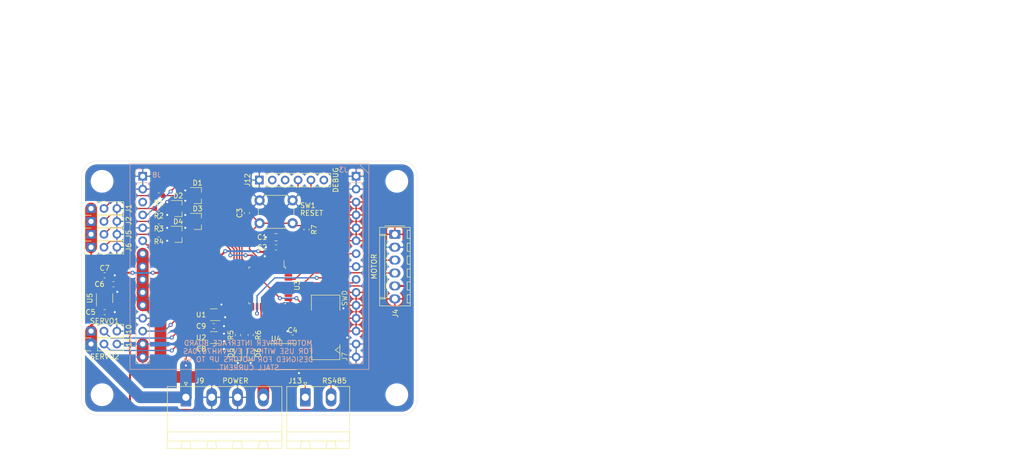
<source format=kicad_pcb>
(kicad_pcb (version 20221018) (generator pcbnew)
  (title_block (title "Motor Driver Board") (date "2020-09-30") (rev "1.0") (company "Nathan Dumont") (comment 1 "https://nathandumont.com/blog/robot-motor-control-board"))
  (layers (0 "F.Cu" signal) (31 "B.Cu" signal) (34 "B.Paste" user) (35 "F.Paste" user) (36 "B.SilkS" user "B.Silkscreen") (37 "F.SilkS" user "F.Silkscreen") (38 "B.Mask" user) (39 "F.Mask" user) (44 "Edge.Cuts" user))
  (net 0 "")
  (net 1 "+3V3")
  (net 2 "GND")
  (net 3 "/SRST")
  (net 4 "+5V")
  (net 5 "Net-(C6-Pad1)")
  (net 6 "/AUX1")
  (net 7 "/AUX2")
  (net 8 "/AUX3")
  (net 9 "/AUX4")
  (net 10 "Net-(D5-Pad2)")
  (net 11 "Net-(D6-Pad2)")
  (net 12 "Net-(J1-Pad2)")
  (net 13 "Net-(J2-Pad2)")
  (net 14 "/MOTOR_N")
  (net 15 "/DIRB")
  (net 16 "/DIRA")
  (net 17 "/MOTOR_P")
  (net 18 "/ENC_B")
  (net 19 "/ENC_A")
  (net 20 "Net-(J5-Pad2)")
  (net 21 "Net-(J6-Pad2)")
  (net 22 "/SWCLK")
  (net 23 "/SWDIO")
  (net 24 "/TIM2_CH1")
  (net 25 "+12V")
  (net 26 "/CUR_SENS")
  (net 27 "/SEL0")
  (net 28 "Net-(J10-Pad2)")
  (net 29 "Net-(J11-Pad2)")
  (net 30 "/USART3_TX")
  (net 31 "/USART3_RX")
  (net 32 "Net-(J13-Pad2)")
  (net 33 "Net-(J13-Pad1)")
  (net 34 "Net-(R5-Pad2)")
  (net 35 "Net-(R6-Pad2)")
  (net 36 "/SERVO1")
  (net 37 "/SERVO2")
  (net 38 "/RS485_DE")
  (net 39 "/RS485_RX")
  (net 40 "/RS485_TX")
  (footprint "Capacitor_SMD:C_0805_2012Metric" (layer "F.Cu") (at 128.25 65)
    (fp_text reference "C1")
    (fp_text value "4.7µF" hide)
  )
  (footprint "Capacitor_SMD:C_0603_1608Metric" (layer "F.Cu") (at 128.25 67)
    (fp_text reference "C2")
    (fp_text value "100nF" hide)
  )
  (footprint "Capacitor_SMD:C_0603_1608Metric" (layer "F.Cu") (at 122.5 60.25 90)
    (fp_text reference "C3")
    (fp_text value "100nF" hide)
  )
  (footprint "Capacitor_SMD:C_0603_1608Metric" (layer "F.Cu") (at 131.5 84.75)
    (fp_text reference "C4")
    (fp_text value "100nF" hide)
  )
  (footprint "Capacitor_SMD:C_0603_1608Metric" (layer "F.Cu") (at 94.5 79.75)
    (fp_text reference "C5")
    (fp_text value "1µF" hide)
  )
  (footprint "Capacitor_SMD:C_0603_1608Metric" (layer "F.Cu") (at 96.25 74.25)
    (fp_text reference "C6")
    (fp_text value "10nF" hide)
  )
  (footprint "Capacitor_SMD:C_0603_1608Metric" (layer "F.Cu") (at 94.5 72.5)
    (fp_text reference "C7")
    (fp_text value "1µF" hide)
  )
  (footprint "Package_TO_SOT_SMD:SOT-23" (layer "F.Cu") (at 112.795 56.81)
    (fp_text reference "D1")
    (fp_text value "D_TVS_AAK" hide)
  )
  (footprint "Package_TO_SOT_SMD:SOT-23" (layer "F.Cu") (at 108.985 59.35)
    (fp_text reference "D2")
    (fp_text value "D_TVS_AAK" hide)
  )
  (footprint "Package_TO_SOT_SMD:SOT-23" (layer "F.Cu") (at 112.795 61.89)
    (fp_text reference "D3")
    (fp_text value "D_TVS_AAK" hide)
  )
  (footprint "Package_TO_SOT_SMD:SOT-23" (layer "F.Cu") (at 108.985 64.43)
    (fp_text reference "D4")
    (fp_text value "D_TVS_AAK" hide)
  )
  (footprint "LED_SMD:LED_0603_1608Metric" (layer "F.Cu") (at 120.75 87.75 90)
    (fp_text reference "D5")
    (fp_text value "LED0" hide)
  )
  (footprint "MountingHole:MountingHole_3.2mm_M3" (layer "F.Cu") (at 152 54)
    (fp_text reference "H1" hide)
    (fp_text value "MountingHole" hide)
  )
  (footprint "MountingHole:MountingHole_3.2mm_M3" (layer "F.Cu") (at 94 96)
    (fp_text reference "H2" hide)
    (fp_text value "MountingHole" hide)
  )
  (footprint "MountingHole:MountingHole_3.2mm_M3" (layer "F.Cu") (at 94 54)
    (fp_text reference "H3" hide)
    (fp_text value "MountingHole" hide)
  )
  (footprint "MountingHole:MountingHole_3.2mm_M3" (layer "F.Cu") (at 152 96)
    (fp_text reference "H4" hide)
    (fp_text value "MountingHole" hide)
  )
  (footprint "Connector_PinHeader_2.54mm:PinHeader_1x03_P2.54mm_Vertical" (layer "F.Cu") (at 91.84 61.89 90)
    (fp_text reference "J2")
    (fp_text value "AUX2" hide)
  )
  (footprint "Connector_Molex:Molex_KK-254_AE-6410-06A_1x06_P2.54mm_Vertical" (layer "F.Cu") (at 151.62 64.43 -90)
    (fp_text reference "J4")
    (fp_text value "MOTOR")
  )
  (footprint "Connector_PinHeader_2.54mm:PinHeader_1x03_P2.54mm_Vertical" (layer "F.Cu") (at 91.84 66.97 90)
    (fp_text reference "J6")
    (fp_text value "AUX4" hide)
  )
  (footprint "extras:SAMTEC_SHF-SM_5x2" (layer "F.Cu") (at 138 82.75 90)
    (fp_text reference "J7")
    (fp_text value "SWD")
  )
  (footprint "Connector_Phoenix_MSTB:PhoenixContact_MSTBA_2,5_4-G-5,08_1x04_P5.08mm_Horizontal" (layer "F.Cu") (at 110.5 96.5)
    (fp_text reference "J9")
    (fp_text value "POWER")
  )
  (footprint "Connector_PinHeader_2.54mm:PinHeader_1x03_P2.54mm_Vertical" (layer "F.Cu") (at 91.84 83.48 90)
    (fp_text reference "J10")
    (fp_text value "SERVO1")
  )
  (footprint "Connector_PinHeader_2.54mm:PinHeader_1x03_P2.54mm_Vertical" (layer "F.Cu") (at 91.84 86.02 90)
    (fp_text reference "J11")
    (fp_text value "SERVO2")
  )
  (footprint "Connector_PinHeader_2.54mm:PinHeader_1x06_P2.54mm_Vertical" (layer "F.Cu") (at 124.95 53.75 90)
    (fp_text reference "J12")
    (fp_text value "DEBUG")
  )
  (footprint "Connector_Phoenix_MSTB:PhoenixContact_MSTBA_2,5_2-G-5,08_1x02_P5.08mm_Horizontal" (layer "F.Cu") (at 134 96.5)
    (fp_text reference "J13")
    (fp_text value "RS485")
  )
  (footprint "Resistor_SMD:R_0603_1608Metric" (layer "F.Cu") (at 105.175 56.81 180)
    (fp_text reference "R1")
    (fp_text value "1kΩ" hide)
  )
  (footprint "Resistor_SMD:R_0603_1608Metric" (layer "F.Cu") (at 105.175 59.35 180)
    (fp_text reference "R2")
    (fp_text value "1kΩ" hide)
  )
  (footprint "Resistor_SMD:R_0603_1608Metric" (layer "F.Cu") (at 105.175 61.89 180)
    (fp_text reference "R3")
    (fp_text value "1kΩ" hide)
  )
  (footprint "Resistor_SMD:R_0603_1608Metric" (layer "F.Cu") (at 105.175 64.43 180)
    (fp_text reference "R4")
    (fp_text value "1kΩ" hide)
  )
  (footprint "Resistor_SMD:R_0603_1608Metric" (layer "F.Cu") (at 120.75 84.25 90)
    (fp_text reference "R5")
    (fp_text value "330Ω" hide)
  )
  (footprint "Resistor_SMD:R_0603_1608Metric" (layer "F.Cu") (at 123.25 84.25 90)
    (fp_text reference "R6")
    (fp_text value "330Ω" hide)
  )
  (footprint "Resistor_SMD:R_0603_1608Metric" (layer "F.Cu") (at 134.25 63.5 90)
    (fp_text reference "R7")
    (fp_text value "10kΩ" hide)
  )
  (footprint "Button_Switch_THT:SW_PUSH_6mm" (layer "F.Cu") (at 131.5 62.25 180)
    (fp_text reference "SW1")
    (fp_text value "RESET")
  )
  (footprint "Package_TO_SOT_SMD:SOT-353_SC-70-5" (layer "F.Cu") (at 116 80.25 180)
    (fp_text reference "U1")
    (fp_text value "74AHCT1G125" hide)
  )
  (footprint "Package_TO_SOT_SMD:SOT-353_SC-70-5" (layer "F.Cu") (at 116 84.75 180)
    (fp_text reference "U2")
    (fp_text value "74AHCT1G125" hide)
  )
  (footprint "Package_SO:SOIC-8_3.9x4.9mm_P1.27mm" (layer "F.Cu") (at 130.25 88.5)
    (fp_text reference "U4")
    (fp_text value "MAX3485" hide)
  )
  (footprint "Package_TO_SOT_SMD:SOT-23-5" (layer "F.Cu") (at 94.5 77 90)
    (fp_text reference "U5")
    (fp_text value "LDK130-33_SOT23_SOT353" hide)
  )
  (footprint "Package_QFP:LQFP-32_7x7mm_P0.8mm" (layer "F.Cu") (at 126.5 74.5 -90)
    (fp_text reference "U3")
    (fp_text value "STM32G071KxT" hide)
  )
  (footprint "LED_SMD:LED_0603_1608Metric" (layer "F.Cu") (at 123.25 87.75 90)
    (fp_text reference "D6")
    (fp_text value "LED1" hide)
  )
  (footprint "Connector_PinHeader_2.54mm:PinHeader_1x03_P2.54mm_Vertical" (layer "F.Cu") (at 91.84 59.35 90)
    (fp_text reference "J1")
    (fp_text value "AUX1" hide)
  )
  (footprint "Connector_PinHeader_2.54mm:PinHeader_1x03_P2.54mm_Vertical" (layer "F.Cu") (at 91.84 64.43 90)
    (fp_text reference "J5")
    (fp_text value "AUX3" hide)
  )
  (footprint "Capacitor_SMD:C_0603_1608Metric" (layer "F.Cu") (at 116 82.5 180)
    (fp_text reference "C9")
    (fp_text value "100nF" hide)
  )
  (footprint "Capacitor_SMD:C_0603_1608Metric" (layer "F.Cu") (at 116 87 180)
    (fp_text reference "C8")
    (fp_text value "100nF" hide)
  )
  (footprint "Connector_PinHeader_2.54mm:PinHeader_1x15_P2.54mm_Vertical" (layer "B.Cu") (at 144 53 180)
    (fp_text reference "J3")
    (fp_text value "Conn_01x15" hide)
  )
  (footprint "Connector_PinSocket_2.54mm:PinSocket_1x15_P2.54mm_Vertical" (layer "B.Cu") (at 102 53 180)
    (fp_text reference "J8")
    (fp_text value "Conn_01x15" hide)
  )
  (gr_line (start 146.5 91) (end 146.5 50.5) (stroke (width 0.12)) (layer "B.SilkS"))
  (gr_line (start 146.5 50.5) (end 99.5 50.5) (stroke (width 0.12)) (layer "B.SilkS"))
  (gr_line (start 99.5 50.5) (end 99.5 91) (stroke (width 0.12)) (layer "B.SilkS"))
  (gr_line (start 146.5 52.5) (end 144.5 50.5) (stroke (width 0.12)) (layer "B.SilkS"))
  (gr_line (start 99.5 91) (end 146.5 91) (stroke (width 0.12)) (layer "B.SilkS"))
  (gr_line (start 90 97) (end 90 53) (stroke (width 0.05)) (layer "Edge.Cuts"))
  (gr_arc (start 153 50) (mid 155.12132 50.87868) (end 156 53) (stroke (width 0.05)) (layer "Edge.Cuts"))
  (gr_line (start 153 100) (end 93 100) (stroke (width 0.05)) (layer "Edge.Cuts"))
  (gr_line (start 93 50) (end 153 50) (stroke (width 0.05)) (layer "Edge.Cuts"))
  (gr_arc (start 90 53) (mid 90.87868 50.87868) (end 93 50) (stroke (width 0.05)) (layer "Edge.Cuts"))
  (gr_arc (start 156 97) (mid 155.12132 99.12132) (end 153 100) (stroke (width 0.05)) (layer "Edge.Cuts"))
  (gr_arc (start 93 100) (mid 90.87868 99.12132) (end 90 97) (stroke (width 0.05)) (layer "Edge.Cuts"))
  (gr_line (start 156 53) (end 156 97) (stroke (width 0.05)) (layer "Edge.Cuts"))
  (gr_text "MOTOR DRIVER INTERFACE BOARD\nFOR USE WITH ST EV-VNH7070AS\nDESIGNED FOR MOTORS UP TO 4A\nSTALL CURRENT." (at 122.75 88.25) (layer "B.SilkS") (effects (font (size 1 1)) (justify mirror)))
  (segment (start 142 99) (end 130.75 99) (width 0.4) (layer "F.Cu") (net 1))
  (segment (start 97.875 71.875) (end 97.25 71.25) (width 0.4) (layer "F.Cu") (net 1))
  (segment (start 91.84 61.89) (end 91.84 64.43) (width 2.3) (layer "F.Cu") (net 1))
  (segment (start 98 72) (end 100.000012 72) (width 0.4) (layer "F.Cu") (net 1))
  (segment (start 129.1875 65) (end 129.1875 66.85) (width 0.4) (layer "F.Cu") (net 1))
  (segment (start 101 99) (end 99.5 97.5) (width 0.4) (layer "F.Cu") (net 1))
  (segment (start 127.149999 67.899999) (end 124.899999 67.899999) (width 0.4) (layer "F.Cu") (net 1))
  (segment (start 124.899999 67.899999) (end 124.75 67.75) (width 0.4) (layer "F.Cu") (net 1))
  (segment (start 97.25 71.25) (end 92.25 71.25) (width 0.4) (layer "F.Cu") (net 1))
  (segment (start 142.5 99) (end 142 99) (width 0.4) (layer "F.Cu") (net 1))
  (segment (start 129.9 64.2875) (end 129.1875 65) (width 0.4) (layer "F.Cu") (net 1))
  (segment (start 97.875 71.875) (end 98 72) (width 0.4) (layer "F.Cu") (net 1))
  (segment (start 91.84 64.43) (end 91.84 66.97) (width 2.3) (layer "F.Cu") (net 1))
  (segment (start 130.75 99) (end 101 99) (width 0.4) (layer "F.Cu") (net 1))
  (segment (start 99.5 73.5) (end 97.875 71.875) (width 0.4) (layer "F.Cu") (net 1))
  (segment (start 130.75 87.595) (end 130.75 99) (width 0.4) (layer "F.Cu") (net 1))
  (segment (start 131.75 86.595) (end 130.75 87.595) (width 0.4) (layer "F.Cu") (net 1))
  (segment (start 155 75.5) (end 155 86.5) (width 0.4) (layer "F.Cu") (net 1))
  (segment (start 91.84 59.35) (end 91.84 61.89) (width 2.3) (layer "F.Cu") (net 1))
  (segment (start 93.55 75.9) (end 93.55 72.6625) (width 0.4) (layer "F.Cu") (net 1))
  (segment (start 118.249992 67.75) (end 113.999992 72) (width 0.4) (layer "F.Cu") (net 1))
  (segment (start 155 86.5) (end 142.5 99) (width 0.4) (layer "F.Cu") (net 1))
  (segment (start 154.09 74.59) (end 155 75.5) (width 0.4) (layer "F.Cu") (net 1))
  (segment (start 127.75 68.5) (end 127.149999 67.899999) (width 0.4) (layer "F.Cu") (net 1))
  (segment (start 140.032 91.282) (end 142 93.25) (width 0.4) (layer "F.Cu") (net 1))
  (segment (start 91.84 70.84) (end 91.84 66.97) (width 0.4) (layer "F.Cu") (net 1))
  (segment (start 132.725 86.595) (end 131.75 86.595) (width 0.4) (layer "F.Cu") (net 1))
  (segment (start 92.25 71.25) (end 91.84 70.84) (width 0.4) (layer "F.Cu") (net 1))
  (segment (start 132.2875 84.75) (end 132.2875 86.1575) (width 0.4) (layer "F.Cu") (net 1))
  (segment (start 129.1875 66.85) (end 129.0375 67) (width 0.4) (layer "F.Cu") (net 1))
  (segment (start 132.2875 86.1575) (end 132.725 86.595) (width 0.4) (layer "F.Cu") (net 1))
  (segment (start 151.62 74.59) (end 154.09 74.59) (width 0.4) (layer "F.Cu") (net 1))
  (segment (start 134.25 64.2875) (end 129.9 64.2875) (width 0.4) (layer "F.Cu") (net 1))
  (segment (start 129.0375 67) (end 129.0375 67.2125) (width 0.4) (layer "F.Cu") (net 1))
  (segment (start 142 93.25) (end 142 99) (width 0.4) (layer "F.Cu") (net 1))
  (segment (start 127.75 68.5) (end 126.9 69.35) (width 0.4) (layer "F.Cu") (net 1))
  (segment (start 113.999992 72) (end 104 72) (width 0.4) (layer "F.Cu") (net 1))
  (segment (start 99.5 97.5) (end 99.5 73.5) (width 0.4) (layer "F.Cu") (net 1))
  (segment (start 129.0375 67.2125) (end 127.75 68.5) (width 0.4) (layer "F.Cu") (net 1))
  (segment (start 126.9 69.35) (end 126.9 70.325) (width 0.4) (layer "F.Cu") (net 1))
  (segment (start 140.032 85.29) (end 140.032 91.282) (width 0.4) (layer "F.Cu") (net 1))
  (segment (start 93.5 72.5) (end 91.84 70.84) (width 0.4) (layer "F.Cu") (net 1))
  (segment (start 93.55 72.6625) (end 93.7125 72.5) (width 0.4) (layer "F.Cu") (net 1))
  (via (at 104 72) (size 0.8) (drill 0.4) (layers "F.Cu" "B.Cu") (net 1))
  (via (at 124.75 67.75) (size 0.8) (drill 0.4) (layers "F.Cu" "B.Cu") (net 1))
  (via (at 118.249992 67.75) (size 0.8) (drill 0.4) (layers "F.Cu" "B.Cu") (net 1))
  (via (at 100.000012 72) (size 0.8) (drill 0.4) (layers "F.Cu" "B.Cu") (net 1))
  (segment (start 118.249992 67.75) (end 124.75 67.75) (width 0.4) (layer "B.Cu") (net 1))
  (segment (start 100.000012 72) (end 100.030013 72.030001) (width 0.4) (layer "B.Cu") (net 1))
  (segment (start 103.969999 72.030001) (end 104 72) (width 0.4) (layer "B.Cu") (net 1))
  (segment (start 100.030013 72.030001) (end 103.969999 72.030001) (width 0.4) (layer "B.Cu") (net 1))
  (segment (start 107.146 58.4) (end 106.826 58.08) (width 0.25) (layer "F.Cu") (net 2))
  (segment (start 126.1 68.825) (end 126.025 68.75) (width 0.25) (layer "F.Cu") (net 2))
  (segment (start 117.874694 84.1) (end 117.987347 83.987347) (width 0.25) (layer "F.Cu") (net 2))
  (segment (start 116.95 80.9) (end 118.07501 80.9) (width 0.25) (layer "F.Cu") (net 2))
  (segment (start 132.725 91.725) (end 132.75 91.75) (width 0.25) (layer "F.Cu") (net 2))
  (segment (start 116.95 79.6) (end 116.95 78.8) (width 0.25) (layer "F.Cu") (net 2))
  (segment (start 117.9 85.4) (end 118 85.5) (width 0.25) (layer "F.Cu") (net 2))
  (segment (start 111.795 57.76) (end 110.448 57.76) (width 0.25) (layer "F.Cu") (net 2))
  (segment (start 111.795 55.86) (end 110.448 55.86) (width 0.25) (layer "F.Cu") (net 2))
  (segment (start 140.032 84.02) (end 141.52 84.02) (width 0.25) (layer "F.Cu") (net 2))
  (segment (start 110.448 57.76) (end 110.382 57.826) (width 0.25) (layer "F.Cu") (net 2))
  (segment (start 107.146 63.48) (end 106.826 63.16) (width 0.25) (layer "F.Cu") (net 2))
  (segment (start 107.146 65.38) (end 106.826 65.7) (width 0.25) (layer "F.Cu") (net 2))
  (segment (start 116.95 85.4) (end 117.9 85.4) (width 0.25) (layer "F.Cu") (net 2))
  (segment (start 120.75 88.5375) (end 120.75 89.75) (width 0.25) (layer "F.Cu") (net 2))
  (segment (start 127.3125 65) (end 126.25 65) (width 0.4) (layer "F.Cu") (net 2))
  (segment (start 110.702 60.94) (end 110.382 60.62) (width 0.25) (layer "F.Cu") (net 2))
  (segment (start 107.985 65.38) (end 107.146 65.38) (width 0.25) (layer "F.Cu") (net 2))
  (segment (start 123.2875 59.4625) (end 125 57.75) (width 0.25) (layer "F.Cu") (net 2))
  (segment (start 107.985 63.48) (end 107.146 63.48) (width 0.25) (layer "F.Cu") (net 2))
  (segment (start 107.985 58.4) (end 107.146 58.4) (width 0.25) (layer "F.Cu") (net 2))
  (segment (start 97.0375 74.25) (end 97.0375 75.7125) (width 0.4) (layer "F.Cu") (net 2))
  (segment (start 111.795 60.94) (end 110.702 60.94) (width 0.25) (layer "F.Cu") (net 2))
  (segment (start 122.5 59.4625) (end 123.2875 59.4625) (width 0.25) (layer "F.Cu") (net 2))
  (segment (start 118.07501 80.9) (end 118.22501 80.75) (width 0.25) (layer "F.Cu") (net 2))
  (segment (start 140.032 82.75) (end 140.032 84.02) (width 0.25) (layer "F.Cu") (net 2))
  (segment (start 107.985 60.3) (end 107.146 60.3) (width 0.25) (layer "F.Cu") (net 2))
  (segment (start 95.2875 79.75) (end 96.5 79.75) (width 0.4) (layer "F.Cu") (net 2))
  (segment (start 116.95 78.8) (end 117.5 78.25) (width 0.25) (layer "F.Cu") (net 2))
  (segment (start 95.2875 72.5) (end 96.5 72.5) (width 0.4) (layer "F.Cu") (net 2))
  (segment (start 111.795 62.84) (end 110.702 62.84) (width 0.25) (layer "F.Cu") (net 2))
  (segment (start 116.7875 87) (end 118 87) (width 0.25) (layer "F.Cu") (net 2))
  (segment (start 127.4625 67) (end 126.25 67) (width 0.4) (layer "F.Cu") (net 2))
  (segment (start 94.5 78.9625) (end 95.2875 79.75) (width 0.4) (layer "F.Cu") (net 2))
  (segment (start 140.032 80.21) (end 140.29 80.21) (width 0.25) (layer "F.Cu") (net 2))
  (segment (start 130.7125 84.75) (end 130.7125 83.7125) (width 0.25) (layer "F.Cu") (net 2))
  (segment (start 110.702 62.84) (end 110.382 63.16) (width 0.25) (layer "F.Cu") (net 2))
  (segment (start 94.5 78.1) (end 94.5 78.9625) (width 0.4) (layer "F.Cu") (net 2))
  (segment (start 116.7875 82.5) (end 118 82.5) (width 0.25) (layer "F.Cu") (net 2))
  (segment (start 123.25 88.5375) (end 123.25 89.75) (width 0.25) (layer "F.Cu") (net 2))
  (segment (start 140.29 80.21) (end 141.5 79) (width 0.25) (layer "F.Cu") (net 2))
  (segment (start 126.1 70.325) (end 126.1 68.825) (width 0.25) (layer "F.Cu") (net 2))
  (segment (start 132.725 90.405) (end 132.725 91.725) (width 0.25) (layer "F.Cu") (net 2))
  (segment (start 97.0375 75.7125) (end 97 75.75) (width 0.4) (layer "F.Cu") (net 2))
  (segment (start 110.448 55.86) (end 110.382 55.794) (width 0.25) (layer "F.Cu") (net 2))
  (segment (start 141.52 84.02) (end 142.25 84.75) (width 0.25) (layer "F.Cu") (net 2))
  (segment (start 130.7125 83.7125) (end 130.5 83.5) (width 0.25) (layer "F.Cu") (net 2))
  (segment (start 107.146 60.3) (end 106.826 60.62) (width 0.25) (layer "F.Cu") (net 2))
  (segment (start 116.95 84.1) (end 117.874694 84.1) (width 0.25) (layer "F.Cu") (net 2))
  (segment (start 102 86.02) (end 102 88.56) (width 2.3) (layer "F.Cu") (net 2))
  (via (at 97 75.75) (size 0.8) (drill 0.4) (layers "F.Cu" "B.Cu") (net 2))
  (via (at 126.25 65) (size 0.8) (drill 0.4) (layers "F.Cu" "B.Cu") (net 2))
  (via (at 118 82.5) (size 0.8) (drill 0.4) (layers "F.Cu" "B.Cu") (net 2))
  (via (at 106.826 58.08) (size 0.8) (drill 0.4) (layers "F.Cu" "B.Cu") (net 2))
  (via (at 106.826 65.7) (size 0.8) (drill 0.4) (layers "F.Cu" "B.Cu") (net 2))
  (via (at 118 85.5) (size 0.8) (drill 0.4) (layers "F.Cu" "B.Cu") (net 2))
  (via (at 118 87) (size 0.8) (drill 0.4) (layers "F.Cu" "B.Cu") (net 2))
  (via (at 117.5 78.25) (size 0.8) (drill 0.4) (layers "F.Cu" "B.Cu") (net 2))
  (via (at 132.75 91.75) (size 0.8) (drill 0.4) (layers "F.Cu" "B.Cu") (net 2))
  (via (at 106.826 60.62) (size 0.8) (drill 0.4) (layers "F.Cu" "B.Cu") (net 2))
  (via (at 120.75 89.75) (size 0.8) (drill 0.4) (layers "F.Cu" "B.Cu") (net 2))
  (via (at 110.382 57.826) (size 0.8) (drill 0.4) (layers "F.Cu" "B.Cu") (net 2))
  (via (at 142.25 84.75) (size 0.8) (drill 0.4) (layers "F.Cu" "B.Cu") (net 2))
  (via (at 123.25 89.75) (size 0.8) (drill 0.4) (layers "F.Cu" "B.Cu") (net 2))
  (via (at 110.382 60.62) (size 0.8) (drill 0.4) (layers "F.Cu" "B.Cu") (net 2))
  (via (at 141.5 79) (size 0.8) (drill 0.4) (layers "F.Cu" "B.Cu") (net 2))
  (via (at 110.382 55.794) (size 0.8) (drill 0.4) (layers "F.Cu" "B.Cu") (net 2))
  (via (at 118.22501 80.75) (size 0.8) (drill 0.4) (layers "F.Cu" "B.Cu") (net 2))
  (via (at 96.5 79.75) (size 0.8) (drill 0.4) (layers "F.Cu" "B.Cu") (net 2))
  (via (at 106.826 63.16) (size 0.8) (drill 0.4) (layers "F.Cu" "B.Cu") (net 2))
  (via (at 96.5 72.5) (size 0.8) (drill 0.4) (layers "F.Cu" "B.Cu") (net 2))
  (via (at 126.25 67) (size 0.8) (drill 0.4) (layers "F.Cu" "B.Cu") (net 2))
  (via (at 126.025 68.75) (size 0.8) (drill 0.4) (layers "F.Cu" "B.Cu") (net 2))
  (via (at 117.987347 83.987347) (size 0.8) (drill 0.4) (layers "F.Cu" "B.Cu") (net 2))
  (via (at 130.5 83.5) (size 0.8) (drill 0.4) (layers "F.Cu" "B.Cu") (net 2))
  (via (at 110.382 63.16) (size 0.8) (drill 0.4) (layers "F.Cu" "B.Cu") (net 2))
  (segment (start 123.024999 67.348001) (end 123.024999 64.225001) (width 0.25) (layer "F.Cu") (net 3))
  (segment (start 125.3 69.623002) (end 123.024999 67.348001) (width 0.25) (layer "F.Cu") (net 3))
  (segment (start 125.3 73.3) (end 129 77) (width 0.25) (layer "F.Cu") (net 3))
  (segment (start 131.9625 62.7125) (end 131.5 62.25) (width 0.25) (layer "F.Cu") (net 3))
  (segment (start 125.3 70.325) (end 125.3 69.623002) (width 0.25) (layer "F.Cu") (net 3))
  (segment (start 123.024999 64.225001) (end 125 62.25) (width 0.25) (layer "F.Cu") (net 3))
  (segment (start 123.7875 61.0375) (end 122.5 61.0375) (width 0.25) (layer "F.Cu") (net 3))
  (segment (start 135.46 80.21) (end 135.968 80.21) (width 0.25) (layer "F.Cu") (net 3))
  (segment (start 125 62.25) (end 123.7875 61.0375) (width 0.25) (layer "F.Cu") (net 3))
  (segment (start 125.3 70.325) (end 125.3 73.3) (width 0.25) (layer "F.Cu") (net 3))
  (segment (start 131.5 62.25) (end 125 62.25) (width 0.25) (layer "F.Cu") (net 3))
  (segment (start 132.25 77) (end 135.46 80.21) (width 0.25) (layer "F.Cu") (net 3))
  (segment (start 134.25 62.7125) (end 131.9625 62.7125) (width 0.25) (layer "F.Cu") (net 3))
  (via (at 132.25 77) (size 0.8) (drill 0.4) (layers "F.Cu" "B.Cu") (net 3))
  (via (at 129 77) (size 0.8) (drill 0.4) (layers "F.Cu" "B.Cu") (net 3))
  (segment (start 129 77) (end 132.25 77) (width 0.25) (layer "B.Cu") (net 3))
  (segment (start 94.024998 77) (end 94.975002 77) (width 0.4) (layer "F.Cu") (net 4))
  (segment (start 93.7125 80.5) (end 93.7125 79.75) (width 0.4) (layer "F.Cu") (net 4))
  (segment (start 111.5 87) (end 115.2125 87) (width 0.4) (layer "F.Cu") (net 4))
  (segment (start 91.84 83.48) (end 91.84 86.02) (width 2.3) (layer "F.Cu") (net 4))
  (segment (start 91.84 82.3725) (end 93.7125 80.5) (width 0.4) (layer "F.Cu") (net 4))
  (segment (start 115.2125 87) (end 115.2125 85.5625) (width 0.4) (layer "F.Cu") (net 4))
  (segment (start 93.55 78.1) (end 93.55 77.474998) (width 0.4) (layer "F.Cu") (net 4))
  (segment (start 115.05 80.9) (end 115.05 82.107524) (width 0.4) (layer "F.Cu") (net 4))
  (segment (start 110.5 88) (end 111.5 87) (width 0.4) (layer "F.Cu") (net 4))
  (segment (start 94.975002 77) (end 95.45 77.474998) (width 0.4) (layer "F.Cu") (net 4))
  (segment (start 116 83.25) (end 116 84.75) (width 0.4) (layer "F.Cu") (net 4))
  (segment (start 115.2125 85.5625) (end 115.05 85.4) (width 0.4) (layer "F.Cu") (net 4))
  (segment (start 91.84 83.48) (end 91.84 82.3725) (width 0.4) (layer "F.Cu") (net 4))
  (segment (start 116 84.75) (end 115.35 85.4) (width 0.4) (layer "F.Cu") (net 4))
  (segment (start 115.05 82.107524) (end 115.327488 82.385012) (width 0.4) (layer "F.Cu") (net 4))
  (segment (start 95.45 77.474998) (end 95.45 78.1) (width 0.4) (layer "F.Cu") (net 4))
  (segment (start 115.2125 82.5) (end 115.25 82.5) (width 0.4) (layer "F.Cu") (net 4))
  (segment (start 93.7125 78.2625) (end 93.55 78.1) (width 0.4) (layer "F.Cu") (net 4))
  (segment (start 93.55 77.474998) (end 94.024998 77) (width 0.4) (layer "F.Cu") (net 4))
  (segment (start 110.5 90.25) (end 110.5 88) (width 0.4) (layer "F.Cu") (net 4))
  (segment (start 93.7125 79.75) (end 93.7125 78.2625) (width 0.4) (layer "F.Cu") (net 4))
  (segment (start 115.35 85.4) (end 115.05 85.4) (width 0.4) (layer "F.Cu") (net 4))
  (segment (start 115.25 82.5) (end 116 83.25) (width 0.4) (layer "F.Cu") (net 4))
  (via (at 110.5 90.25) (size 0.8) (drill 0.4) (layers "F.Cu" "B.Cu") (net 4))
  (segment (start 101.5 96.5) (end 91.84 86.84) (width 2.3) (layer "B.Cu") (net 4))
  (segment (start 91.84 86.84) (end 91.84 86.02) (width 2.3) (layer "B.Cu") (net 4))
  (segment (start 110.5 96.5) (end 110.5 90.25) (width 2.3) (layer "B.Cu") (net 4))
  (segment (start 110.5 96.5) (end 101.5 96.5) (width 2.3) (layer "B.Cu") (net 4))
  (segment (start 95.45 75.9) (end 95.45 74.2625) (width 0.4) (layer "F.Cu") (net 5))
  (segment (start 95.45 74.2625) (end 95.4625 74.25) (width 0.4) (layer "F.Cu") (net 5))
  (segment (start 121.524999 66.774999) (end 113.795 59.045) (width 0.25) (layer "F.Cu") (net 6))
  (segment (start 122.627 70.325) (end 121.524999 69.222999) (width 0.25) (layer "F.Cu") (net 6))
  (segment (start 121.524999 69.222999) (end 121.524999 66.774999) (width 0.25) (layer "F.Cu") (net 6))
  (segment (start 113.795 56.81) (end 105.9625 56.81) (width 0.25) (layer "F.Cu") (net 6))
  (segment (start 123.7 70.325) (end 122.627 70.325) (width 0.25) (layer "F.Cu") (net 6))
  (segment (start 113.795 59.045) (end 113.795 56.81) (width 0.25) (layer "F.Cu") (net 6))
  (segment (start 113.35 59.35) (end 109.985 59.35) (width 0.25) (layer "F.Cu") (net 7))
  (segment (start 121.05 69.51) (end 121.05 67.05) (width 0.25) (layer "F.Cu") (net 7))
  (segment (start 122.325 70.785) (end 121.05 69.51) (width 0.25) (layer "F.Cu") (net 7))
  (segment (start 109.985 59.35) (end 105.9625 59.35) (width 0.25) (layer "F.Cu") (net 7))
  (segment (start 121.05 67.05) (end 113.35 59.35) (width 0.25) (layer "F.Cu") (net 7))
  (segment (start 122.325 71.7) (end 122.325 70.785) (width 0.25) (layer "F.Cu") (net 7))
  (segment (start 115.14 61.89) (end 113.795 61.89) (width 0.25) (layer "F.Cu") (net 8))
  (segment (start 122.325 72.5) (end 121.575 72.5) (width 0.25) (layer "F.Cu") (net 8))
  (segment (start 120.542 71.467) (end 120.542 67.292) (width 0.25) (layer "F.Cu") (net 8))
  (segment (start 120.542 67.292) (end 115.14 61.89) (width 0.25) (layer "F.Cu") (net 8))
  (segment (start 113.795 61.89) (end 105.9625 61.89) (width 0.25) (layer "F.Cu") (net 8))
  (segment (start 121.575 72.5) (end 120.542 71.467) (width 0.25) (layer "F.Cu") (net 8))
  (segment (start 119.975001 67.361411) (end 117.04359 64.43) (width 0.25) (layer "F.Cu") (net 9))
  (segment (start 121.538 73.3) (end 119.975001 71.737001) (width 0.25) (layer "F.Cu") (net 9))
  (segment (start 122.325 73.3) (end 121.538 73.3) (width 0.25) (layer "F.Cu") (net 9))
  (segment (start 109.985 64.43) (end 105.9625 64.43) (width 0.25) (layer "F.Cu") (net 9))
  (segment (start 119.975001 71.737001) (end 119.975001 67.361411) (width 0.25) (layer "F.Cu") (net 9))
  (segment (start 117.04359 64.43) (end 109.985 64.43) (width 0.25) (layer "F.Cu") (net 9))
  (segment (start 120.75 85.0375) (end 120.75 86.9625) (width 0.25) (layer "F.Cu") (net 10))
  (segment (start 123.25 85.0375) (end 123.25 86.9625) (width 0.25) (layer "F.Cu") (net 11))
  (segment (start 96.92 56.81) (end 94.38 59.35) (width 0.25) (layer "F.Cu") (net 12))
  (segment (start 104.3875 56.81) (end 96.92 56.81) (width 0.25) (layer "F.Cu") (net 12))
  (segment (start 104.3875 59.35) (end 100.73 59.35) (width 0.25) (layer "F.Cu") (net 13))
  (segment (start 100.73 59.35) (end 99.46 60.62) (width 0.25) (layer "F.Cu") (net 13))
  (segment (start 95.65 60.62) (end 94.38 61.89) (width 0.25) (layer "F.Cu") (net 13))
  (segment (start 99.46 60.62) (end 95.65 60.62) (width 0.25) (layer "F.Cu") (net 13))
  (segment (start 133.85 74.9) (end 134.75 74) (width 0.25) (layer "F.Cu") (net 15))
  (segment (start 130.675 74.9) (end 133.85 74.9) (width 0.25) (layer "F.Cu") (net 15))
  (segment (start 143.32 74) (end 144 73.32) (width 0.25) (layer "F.Cu") (net 15))
  (segment (start 134.75 74) (end 143.32 74) (width 0.25) (layer "F.Cu") (net 15))
  (segment (start 144 68.24) (end 142.73 68.24) (width 0.25) (layer "F.Cu") (net 16))
  (segment (start 138.92 72.05) (end 135.7 72.05) (width 0.25) (layer "F.Cu") (net 16))
  (segment (start 133.65 74.1) (end 130.675 74.1) (width 0.25) (layer "F.Cu") (net 16))
  (segment (start 135.7 72.05) (end 133.65 74.1) (width 0.25) (layer "F.Cu") (net 16))
  (segment (start 142.73 68.24) (end 138.92 72.05) (width 0.25) (layer "F.Cu") (net 16))
  (segment (start 151.62 72.05) (end 149.08 72.05) (width 0.25) (layer "F.Cu") (net 18))
  (segment (start 146.54 74.59) (end 135.41 74.59) (width 0.25) (layer "F.Cu") (net 18))
  (segment (start 135.41 74.59) (end 134.3 75.7) (width 0.25) (layer "F.Cu") (net 18))
  (segment (start 149.08 72.05) (end 146.54 74.59) (width 0.25) (layer "F.Cu") (net 18))
  (segment (start 134.3 75.7) (end 130.675 75.7) (width 0.25) (layer "F.Cu") (net 18))
  (segment (start 141 73) (end 136.25 73) (width 0.25) (layer "F.Cu") (net 19))
  (segment (start 147.5 72) (end 142 72) (width 0.25) (layer "F.Cu") (net 19))
  (segment (start 142 72) (end 141 73) (width 0.25) (layer "F.Cu") (net 19))
  (segment (start 151.62 69.51) (end 149.99 69.51) (width 0.25) (layer "F.Cu") (net 19))
  (segment (start 149.99 69.51) (end 147.5 72) (width 0.25) (layer "F.Cu") (net 19))
  (segment (start 124.5 80) (end 124.5 78.675) (width 0.25) (layer "F.Cu") (net 19))
  (via (at 136.25 73) (size 0.8) (drill 0.4) (layers "F.Cu" "B.Cu") (net 19))
  (via (at 124.5 80) (size 0.8) (drill 0.4) (layers "F.Cu" "B.Cu") (net 19))
  (segment (start 124.5 76.5) (end 124.5 80) (width 0.25) (layer "B.Cu") (net 19))
  (segment (start 128 73) (end 124.5 76.5) (width 0.25) (layer "B.Cu") (net 19))
  (segment (start 136.25 73) (end 128 73) (width 0.25) (layer "B.Cu") (net 19))
  (segment (start 99.46 63.16) (end 95.65 63.16) (width 0.25) (layer "F.Cu") (net 20))
  (segment (start 100.73 61.89) (end 99.46 63.16) (width 0.25) (layer "F.Cu") (net 20))
  (segment (start 95.65 63.16) (end 94.38 64.43) (width 0.25) (layer "F.Cu") (net 20))
  (segment (start 104.3875 61.89) (end 100.73 61.89) (width 0.25) (layer "F.Cu") (net 20))
  (segment (start 99.599502 65.794999) (end 95.555001 65.794999) (width 0.25) (layer "F.Cu") (net 21))
  (segment (start 95.555001 65.794999) (end 94.38 66.97) (width 0.25) (layer "F.Cu") (net 21))
  (segment (start 100.964501 64.43) (end 99.599502 65.794999) (width 0.25) (layer "F.Cu") (net 21))
  (segment (start 104.3875 64.43) (end 100.964501 64.43) (width 0.25) (layer "F.Cu") (net 21))
  (segment (start 135.968 84.02) (end 134.3205 84.02) (width 0.25) (layer "F.Cu") (net 22))
  (segment (start 133 79.625) (end 130.675 77.3) (width 0.25) (layer "F.Cu") (net 22))
  (segment (start 133 82.6995) (end 133 79.625) (width 0.25) (layer "F.Cu") (net 22))
  (segment (start 134.3205 84.02) (end 133 82.6995) (width 0.25) (layer "F.Cu") (net 22))
  (segment (start 129.3 79.63591) (end 134.95409 85.29) (width 0.25) (layer "F.Cu") (net 23))
  (segment (start 129.3 78.675) (end 129.3 79.63591) (width 0.25) (layer "F.Cu") (net 23))
  (segment (start 134.95409 85.29) (end 135.968 85.29) (width 0.25) (layer "F.Cu") (net 23))
  (segment (start 107.5 82.25) (end 111.75 78) (width 0.25) (layer "F.Cu") (net 24))
  (segment (start 111.75 78) (end 116.5 78) (width 0.25) (layer "F.Cu") (net 24))
  (segment (start 120.4 74.1) (end 122.325 74.1) (width 0.25) (layer "F.Cu") (net 24))
  (segment (start 116.5 78) (end 120.4 74.1) (width 0.25) (layer "F.Cu") (net 24))
  (via (at 107.5 82.25) (size 0.8) (drill 0.4) (layers "F.Cu" "B.Cu") (net 24))
  (segment (start 102 83.48) (end 106.27 83.48) (width 0.25) (layer "B.Cu") (net 24))
  (segment (start 106.27 83.48) (end 107.5 82.25) (width 0.25) (layer "B.Cu") (net 24))
  (segment (start 102 75.86) (end 102 78.4) (width 2.3) (layer "F.Cu") (net 25))
  (segment (start 107.5 92.5) (end 124.25 92.5) (width 2.3) (layer "F.Cu") (net 25))
  (segment (start 104.4 78.4) (end 105.5 79.5) (width 2.3) (layer "F.Cu") (net 25))
  (segment (start 102 68.24) (end 102 70.78) (width 2.3) (layer "F.Cu") (net 25))
  (segment (start 124.25 92.5) (end 125.74 93.99) (width 2.3) (layer "F.Cu") (net 25))
  (segment (start 105.5 90.5) (end 107.5 92.5) (width 2.3) (layer "F.Cu") (net 25))
  (segment (start 102 70.78) (end 102.000008 70.780008) (width 2.3) (layer "F.Cu") (net 25))
  (segment (start 102 73.32) (end 102 75.86) (width 2.3) (layer "F.Cu") (net 25))
  (segment (start 102.000008 70.780008) (end 102.000008 73.319992) (width 2.3) (layer "F.Cu") (net 25))
  (segment (start 105.5 79.5) (end 105.5 90.5) (width 2.3) (layer "F.Cu") (net 25))
  (segment (start 102.000008 73.319992) (end 102 73.32) (width 2.3) (layer "F.Cu") (net 25))
  (segment (start 125.74 93.99) (end 125.74 96.5) (width 2.3) (layer "F.Cu") (net 25))
  (segment (start 102 78.4) (end 104.4 78.4) (width 2.3) (layer "F.Cu") (net 25))
  (segment (start 124.5 70.325) (end 124.5 69.459415) (width 0.25) (layer "F.Cu") (net 26))
  (segment (start 118.373003 66.549999) (end 119.25 67.426996) (width 0.25) (layer "F.Cu") (net 26))
  (segment (start 119.25 67.426996) (end 119.25 68.55001) (width 0.25) (layer "F.Cu") (net 26))
  (segment (start 124.5 69.459415) (end 123.590595 68.55001) (width 0.25) (layer "F.Cu") (net 26))
  (segment (start 123.590595 68.55001) (end 122.25 68.55001) (width 0.25) (layer "F.Cu") (net 26))
  (segment (start 102.849999 66.549999) (end 118.373003 66.549999) (width 0.25) (layer "F.Cu") (net 26))
  (segment (start 102 65.7) (end 102.849999 66.549999) (width 0.25) (layer "F.Cu") (net 26))
  (via (at 119.25 68.55001) (size 0.8) (drill 0.4) (layers "F.Cu" "B.Cu") (net 26))
  (via (at 122.25 68.55001) (size 0.8) (drill 0.4) (layers "F.Cu" "B.Cu") (net 26))
  (segment (start 119.25 68.55001) (end 122.25 68.55001) (width 0.25) (layer "B.Cu") (net 26))
  (segment (start 141 53.5) (end 138.75 51.25) (width 0.25) (layer "F.Cu") (net 27))
  (segment (start 130.675 73.3) (end 131.95 73.3) (width 0.25) (layer "F.Cu") (net 27))
  (segment (start 112.25 51.25) (end 107.5 56) (width 0.25) (layer "F.Cu") (net 27))
  (segment (start 138.75 51.25) (end 112.25 51.25) (width 0.25) (layer "F.Cu") (net 27))
  (segment (start 141 64.25) (end 141 53.5) (width 0.25) (layer "F.Cu") (net 27))
  (segment (start 131.95 73.3) (end 141 64.25) (width 0.25) (layer "F.Cu") (net 27))
  (via (at 107.5 56) (size 0.8) (drill 0.4) (layers "F.Cu" "B.Cu") (net 27))
  (segment (start 107.5 56) (end 102.88 60.62) (width 0.25) (layer "B.Cu") (net 27))
  (segment (start 102.88 60.62) (end 102 60.62) (width 0.25) (layer "B.Cu") (net 27))
  (segment (start 115.05 79.6) (end 112.865 79.6) (width 0.25) (layer "F.Cu") (net 28))
  (segment (start 112.865 79.6) (end 107.715 84.75) (width 0.25) (layer "F.Cu") (net 28))
  (via (at 107.715 84.75) (size 0.8) (drill 0.4) (layers "F.Cu" "B.Cu") (net 28))
  (segment (start 95.744999 84.844999) (end 94.38 83.48) (width 0.25) (layer "B.Cu") (net 28))
  (segment (start 107.715 84.75) (end 107.809999 84.844999) (width 0.25) (layer "B.Cu") (net 28))
  (segment (start 107.809999 84.844999) (end 95.744999 84.844999) (width 0.25) (layer "B.Cu") (net 28))
  (segment (start 110.905 84.1) (end 110.7525 84.2525) (width 0.25) (layer "F.Cu") (net 29))
  (segment (start 110.7525 84.2525) (end 107.715 87.29) (width 0.25) (layer "F.Cu") (net 29))
  (segment (start 115.05 84.1) (end 110.905 84.1) (width 0.25) (layer "F.Cu") (net 29))
  (via (at 107.715 87.29) (size 0.8) (drill 0.4) (layers "F.Cu" "B.Cu") (net 29))
  (segment (start 95.65 87.29) (end 94.38 86.02) (width 0.25) (layer "B.Cu") (net 29))
  (segment (start 107.715 87.29) (end 95.65 87.29) (width 0.25) (layer "B.Cu") (net 29))
  (segment (start 135.11 55.36) (end 137.75 58) (width 0.25) (layer "F.Cu") (net 30))
  (segment (start 135.11 53.75) (end 135.11 55.36) (width 0.25) (layer "F.Cu") (net 30))
  (segment (start 137.75 65) (end 131.05 71.7) (width 0.25) (layer "F.Cu") (net 30))
  (segment (start 131.05 71.7) (end 130.675 71.7) (width 0.25) (layer "F.Cu") (net 30))
  (segment (start 137.75 58) (end 137.75 65) (width 0.25) (layer "F.Cu") (net 30))
  (segment (start 131.425 70.325) (end 136 65.75) (width 0.25) (layer "F.Cu") (net 31))
  (segment (start 136 58.75) (end 132.57 55.32) (width 0.25) (layer "F.Cu") (net 31))
  (segment (start 129.3 70.325) (end 131.425 70.325) (width 0.25) (layer "F.Cu") (net 31))
  (segment (start 132.57 55.32) (end 132.57 53.75) (width 0.25) (layer "F.Cu") (net 31))
  (segment (start 136 65.75) (end 136 58.75) (width 0.25) (layer "F.Cu") (net 31))
  (segment (start 132.725 87.865) (end 136.115 87.865) (width 0.25) (layer "F.Cu") (net 32))
  (segment (start 136.115 87.865) (end 139.08 90.83) (width 0.25) (layer "F.Cu") (net 32))
  (segment (start 139.08 90.83) (end 139.08 96.5) (width 0.25) (layer "F.Cu") (net 32))
  (segment (start 132.725 89.135) (end 134.135 89.135) (width 0.25) (layer "F.Cu") (net 33))
  (segment (start 134.135 89.135) (end 136 91) (width 0.25) (layer "F.Cu") (net 33))
  (segment (start 136 91) (end 136 91.75) (width 0.25) (layer "F.Cu") (net 33))
  (segment (start 136 91.75) (end 134 93.75) (width 0.25) (layer "F.Cu") (net 33))
  (segment (start 134 93.75) (end 134 96.5) (width 0.25) (layer "F.Cu") (net 33))
  (segment (start 120.5 76.5) (end 119.5 77.5) (width 0.25) (layer "F.Cu") (net 34))
  (segment (start 122.325 76.5) (end 120.5 76.5) (width 0.25) (layer "F.Cu") (net 34))
  (segment (start 119.5 82.2125) (end 120.75 83.4625) (width 0.25) (layer "F.Cu") (net 34))
  (segment (start 119.5 77.5) (end 119.5 82.2125) (width 0.25) (layer "F.Cu") (net 34))
  (segment (start 120.95 77.3) (end 120.25 78) (width 0.25) (layer "F.Cu") (net 35))
  (segment (start 122.5 82.25) (end 123.25 83) (width 0.25) (layer "F.Cu") (net 35))
  (segment (start 120.25 78) (end 120.25 81.75) (width 0.25) (layer "F.Cu") (net 35))
  (segment (start 120.75 82.25) (end 122.5 82.25) (width 0.25) (layer "F.Cu") (net 35))
  (segment (start 120.25 81.75) (end 120.75 82.25) (width 0.25) (layer "F.Cu") (net 35))
  (segment (start 123.25 83) (end 123.25 83.4625) (width 0.25) (layer "F.Cu") (net 35))
  (segment (start 122.325 77.3) (end 120.95 77.3) (width 0.25) (layer "F.Cu") (net 35))
  (segment (start 118.5 79.275) (end 118.5 77) (width 0.25) (layer "F.Cu") (net 36))
  (segment (start 117.525 80.25) (end 118.5 79.275) (width 0.25) (layer "F.Cu") (net 36))
  (segment (start 116.95 80.25) (end 117.525 80.25) (width 0.25) (layer "F.Cu") (net 36))
  (segment (start 120.6 74.9) (end 122.325 74.9) (width 0.25) (layer "F.Cu") (net 36))
  (segment (start 118.5 77) (end 120.6 74.9) (width 0.25) (layer "F.Cu") (net 36))
  (segment (start 118.95001 84.04999) (end 118.25 84.75) (width 0.25) (layer "F.Cu") (net 37))
  (segment (start 122.325 75.7) (end 120.55 75.7) (width 0.25) (layer "F.Cu") (net 37))
  (segment (start 118.25 84.75) (end 116.95 84.75) (width 0.25) (layer "F.Cu") (net 37))
  (segment (start 120.55 75.7) (end 118.95001 77.29999) (width 0.25) (layer "F.Cu") (net 37))
  (segment (start 118.95001 77.29999) (end 118.95001 84.04999) (width 0.25) (layer "F.Cu") (net 37))
  (segment (start 128.865 89.135) (end 129.07501 88.92499) (width 0.25) (layer "F.Cu") (net 38))
  (segment (start 129.07501 88.92499) (end 129.25 88.75) (width 0.25) (layer "F.Cu") (net 38))
  (segment (start 129.25 88.75) (end 129.25 80.75) (width 0.25) (layer "F.Cu") (net 38))
  (segment (start 129.25 88.75) (end 129.25 87.5) (width 0.25) (layer "F.Cu") (net 38))
  (segment (start 129.25 87.5) (end 128.885 87.865) (width 0.25) (layer "F.Cu") (net 38))
  (segment (start 127.775 89.135) (end 128.865 89.135) (width 0.25) (layer "F.Cu") (net 38))
  (segment (start 129.25 80.75) (end 128.5 80) (width 0.25) (layer "F.Cu") (net 38))
  (segment (start 128.885 87.865) (end 127.775 87.865) (width 0.25) (layer "F.Cu") (net 38))
  (segment (start 128.5 80) (end 128.5 78.675) (width 0.25) (layer "F.Cu") (net 38))
  (segment (start 126.9 85.72) (end 127.775 86.595) (width 0.25) (layer "F.Cu") (net 39))
  (segment (start 126.9 78.675) (end 126.9 85.72) (width 0.25) (layer "F.Cu") (net 39))
  (segment (start 125.3 89.3) (end 126.405 90.405) (width 0.25) (layer "F.Cu") (net 40))
  (segment (start 126.405 90.405) (end 127.775 90.405) (width 0.25) (layer "F.Cu") (net 40))
  (segment (start 125.3 78.675) (end 125.3 89.3) (width 0.25) (layer "F.Cu") (net 40))
  (zone (net 14) (net_name "/MOTOR_N") (layer "F.Cu") (connect_pads (clearance 0.508)) (min_thickness 0.254) (fill yes (thermal_gap 0.3) (thermal_bridge_width 0.508))
    (polygon (pts (xy 147.81 75.86) (xy 155.43 75.86) (xy 155.43 78.4) (xy 149.08 84.75) (xy 141.46 84.75) (xy 141.46 74.59) (xy 146.54 74.59)))
  )
  (zone (net 17) (net_name "/MOTOR_P") (layer "F.Cu") (connect_pads (clearance 0.508)) (min_thickness 0.254) (fill yes (thermal_gap 0.3) (thermal_bridge_width 0.508))
    (polygon (pts (xy 155.43 63.16) (xy 155.43 65.7) (xy 147.81 65.7) (xy 146.608649 66.97) (xy 141.46 66.97) (xy 141.46 56.81) (xy 149.08 56.81)))
  )
  (zone (net 2) (net_name "GND") (layer "B.Cu") (connect_pads (clearance 0.508)) (min_thickness 0.254) (fill yes (thermal_gap 0.508) (thermal_bridge_width 0.508))
    (polygon (pts (xy 155.75 99.75) (xy 90.25 99.75) (xy 90.25 50.25) (xy 155.75 50.25)))
  )
)
</source>
